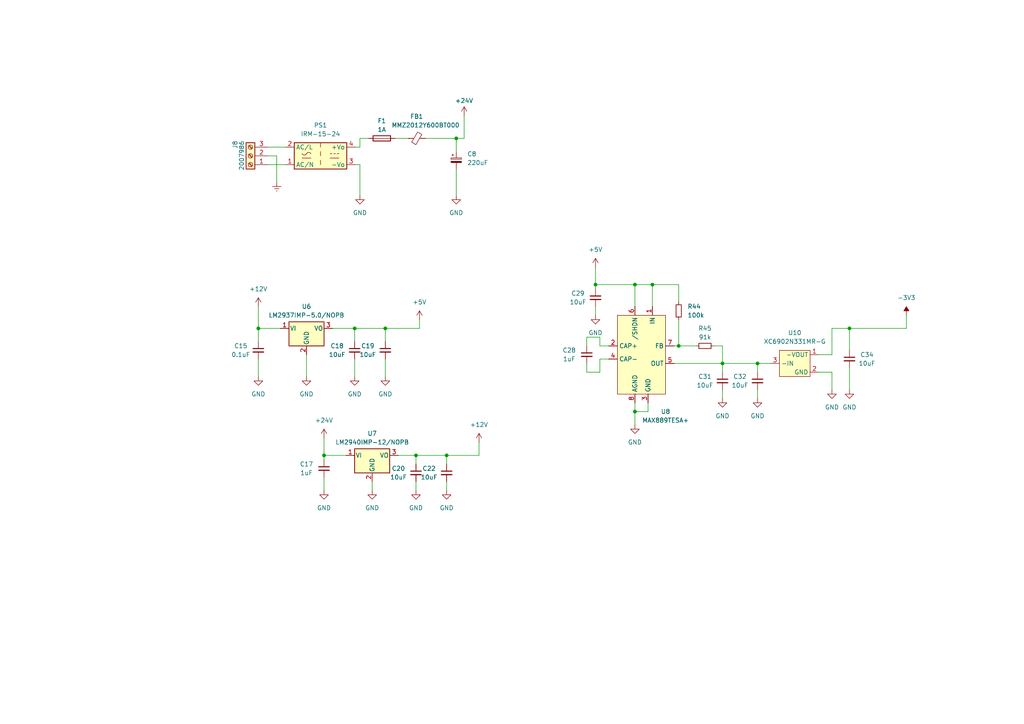
<source format=kicad_sch>
(kicad_sch (version 20231120) (generator "eeschema") (generator_version "8.0")
  (paper "A4")
  (lib_symbols
    (symbol "+24V_1" (power) (pin_numbers hide) (pin_names (offset 0) hide)
      (property "Value" "+24V" (at 0 3.556 0))
      (symbol "+24V_1_0_1"
        (polyline (pts (xy -0.762 1.27) (xy 0 2.54)))
        (polyline (pts (xy 0 0) (xy 0 2.54)))
        (polyline (pts (xy 0 2.54) (xy 0.762 1.27)))
      )
      (symbol "+24V_1_1_1"
        (pin power_in line (at 0 0 90) (length 0) (name "~") (number "1"))
      )
    )
    (symbol "Converter_ACDC:IRM-02-15"
      (property "Reference" "PS" (at 0 5.08 0))
      (property "Value" "IRM-02-15" (at 0 -5.08 0))
      (symbol "IRM-02-15_0_1"
        (rectangle (start -7.62 3.81) (end 7.62 -3.81) (stroke (width 0.254)) (fill (type background)))
        (arc (start -5.334 0.635) (mid -4.699 0.2495) (end -4.064 0.635))
        (arc (start -2.794 0.635) (mid -3.429 1.0072) (end -4.064 0.635))
        (polyline (pts (xy -5.334 -0.635) (xy -2.794 -0.635)))
        (polyline (pts (xy 2.794 -0.635) (xy 5.334 -0.635)))
        (polyline (pts (xy 2.794 0.635) (xy 3.302 0.635)))
        (polyline (pts (xy 3.81 0.635) (xy 4.318 0.635)))
        (polyline (pts (xy 4.826 0.635) (xy 5.334 0.635)))
      )
      (symbol "IRM-02-15_1_1"
        (polyline (pts (xy 0 -1.27) (xy 0 -2.54)))
        (polyline (pts (xy 0 1.27) (xy 0 0)))
        (polyline (pts (xy 0 3.81) (xy 0 2.54)))
        (pin power_in line (at -10.16 -2.54 0) (length 2.54) (name "AC/N") (number "1"))
        (pin power_in line (at -10.16 2.54 0) (length 2.54) (name "AC/L") (number "2"))
        (pin power_out line (at 10.16 -2.54 180) (length 2.54) (name "-Vo") (number "3"))
        (pin power_out line (at 10.16 2.54 180) (length 2.54) (name "+Vo") (number "4"))
      )
    )
    (symbol "Device:C_Polarized_Small" (pin_numbers hide) (pin_names (offset 0.254) hide)
      (property "Reference" "C" (at 0.254 1.778 0))
      (property "Value" "C_Polarized_Small" (at 0.254 -2.032 0))
      (symbol "C_Polarized_Small_0_1"
        (rectangle (start -1.524 -0.3048) (end 1.524 -0.6858) (fill (type outline)))
        (rectangle (start -1.524 0.6858) (end 1.524 0.3048))
        (polyline (pts (xy -1.27 1.524) (xy -0.762 1.524)))
        (polyline (pts (xy -1.016 1.27) (xy -1.016 1.778)))
      )
      (symbol "C_Polarized_Small_1_1"
        (pin passive line (at 0 2.54 270) (length 1.8542) (name "~") (number "1"))
        (pin passive line (at 0 -2.54 90) (length 1.8542) (name "~") (number "2"))
      )
    )
    (symbol "Device:C_Small" (pin_numbers hide) (pin_names (offset 0.254) hide)
      (property "Reference" "C" (at 0.254 1.778 0))
      (property "Value" "C_Small" (at 0.254 -2.032 0))
      (symbol "C_Small_0_1"
        (polyline (pts (xy -1.524 -0.508) (xy 1.524 -0.508)) (stroke (width 0.3302)))
        (polyline (pts (xy -1.524 0.508) (xy 1.524 0.508)) (stroke (width 0.3048)))
      )
      (symbol "C_Small_1_1"
        (pin passive line (at 0 2.54 270) (length 2.032) (name "~") (number "1"))
        (pin passive line (at 0 -2.54 90) (length 2.032) (name "~") (number "2"))
      )
    )
    (symbol "Device:FerriteBead_Small" (pin_numbers hide) (pin_names (offset 0))
      (property "Reference" "FB" (at 1.905 1.27 0))
      (property "Value" "FerriteBead_Small" (at 1.905 -1.27 0))
      (symbol "FerriteBead_Small_0_1"
        (polyline (pts (xy 0 -1.27) (xy 0 -0.7874)))
        (polyline (pts (xy 0 0.889) (xy 0 1.2954)))
        (polyline (pts (xy -1.8288 0.2794) (xy -1.1176 1.4986) (xy 1.8288 -0.2032) (xy 1.1176 -1.4224) (xy -1.8288 0.2794)))
      )
      (symbol "FerriteBead_Small_1_1"
        (pin passive line (at 0 2.54 270) (length 1.27) (name "~") (number "1"))
        (pin passive line (at 0 -2.54 90) (length 1.27) (name "~") (number "2"))
      )
    )
    (symbol "Device:Fuse" (pin_numbers hide) (pin_names (offset 0))
      (property "Reference" "F" (at 2.032 0 90))
      (property "Value" "Fuse" (at -1.905 0 90))
      (symbol "Fuse_0_1"
        (rectangle (start -0.762 -2.54) (end 0.762 2.54) (stroke (width 0.254)))
        (polyline (pts (xy 0 2.54) (xy 0 -2.54)))
      )
      (symbol "Fuse_1_1"
        (pin passive line (at 0 3.81 270) (length 1.27) (name "~") (number "1"))
        (pin passive line (at 0 -3.81 90) (length 1.27) (name "~") (number "2"))
      )
    )
    (symbol "Device:R_Small" (pin_numbers hide) (pin_names (offset 0.254) hide)
      (property "Reference" "R" (at 0.762 0.508 0))
      (property "Value" "R_Small" (at 0.762 -1.016 0))
      (symbol "R_Small_0_1"
        (rectangle (start -0.762 1.778) (end 0.762 -1.778) (stroke (width 0.2032)))
      )
      (symbol "R_Small_1_1"
        (pin passive line (at 0 2.54 270) (length 0.762) (name "~") (number "1"))
        (pin passive line (at 0 -2.54 90) (length 0.762) (name "~") (number "2"))
      )
    )
    (symbol "MySymbols:MAX889TESA+"
      (property "Reference" "U" (at 3.81 5.08 0))
      (property "Value" "MAX889TESA+" (at 3.81 5.08 0))
      (symbol "MAX889TESA+_1_1"
        (rectangle (start -6.35 10.16) (end 7.62 -12.7) (fill (type background)))
        (pin input line (at 3.81 12.7 270) (length 2.54) (name "IN") (number "1"))
        (pin input line (at -8.89 1.27 0) (length 2.54) (name "CAP+") (number "2"))
        (pin input line (at 2.54 -15.24 90) (length 2.54) (name "GND") (number "3"))
        (pin input line (at -8.89 -2.54 0) (length 2.54) (name "CAP-") (number "4"))
        (pin input line (at 10.16 -3.81 180) (length 2.54) (name "OUT") (number "5"))
        (pin input line (at -1.27 12.7 270) (length 2.54) (name "/SHDN") (number "6"))
        (pin input line (at 10.16 1.27 180) (length 2.54) (name "FB") (number "7"))
        (pin input line (at -1.27 -15.24 90) (length 2.54) (name "AGND") (number "8"))
      )
    )
    (symbol "MySymbols:XC6902N331MR-G"
      (property "Reference" "U" (at -15.24 6.35 0))
      (property "Value" "XC6902N331MR-G" (at -15.24 6.35 0))
      (symbol "XC6902N331MR-G_1_1"
        (rectangle (start -5.08 3.81) (end 3.81 -3.81) (fill (type background)))
        (pin input line (at 6.35 2.54 180) (length 2.54) (name "-VOUT") (number "1"))
        (pin input line (at 6.35 -2.54 180) (length 2.54) (name "GND") (number "2"))
        (pin input line (at -7.62 0 0) (length 2.54) (name "-IN") (number "3"))
      )
    )
    (symbol "Regulator_Linear:LM2937xMP" (pin_names (offset 0.254))
      (property "Reference" "U" (at -3.81 3.175 0))
      (property "Value" "LM2937xMP" (at 0 3.175 0))
      (symbol "LM2937xMP_0_1"
        (rectangle (start -5.08 -5.08) (end 5.08 1.905) (stroke (width 0.254)) (fill (type background)))
      )
      (symbol "LM2937xMP_1_1"
        (pin power_in line (at -7.62 0 0) (length 2.54) (name "VI") (number "1"))
        (pin power_in line (at 0 -7.62 90) (length 2.54) (name "GND") (number "2"))
        (pin power_out line (at 7.62 0 180) (length 2.54) (name "VO") (number "3"))
      )
    )
    (symbol "Screw_Terminal_01x03_1" (pin_names (offset 1.016) hide)
      (property "Reference" "J6" (at 4.445 -4.445 90))
      (property "Value" "2007986" (at 2.54 -4.445 90))
      (symbol "Screw_Terminal_01x03_1_1_1"
        (rectangle (start -1.27 3.81) (end 1.27 -3.81) (stroke (width 0.254)) (fill (type background)))
        (circle (center 0 -2.54) (radius 0.635) (stroke (width 0.1524)))
        (polyline (pts (xy -0.5334 -2.2098) (xy 0.3302 -3.048)) (stroke (width 0.1524)))
        (polyline (pts (xy -0.5334 0.3302) (xy 0.3302 -0.508)) (stroke (width 0.1524)))
        (polyline (pts (xy -0.5334 2.8702) (xy 0.3302 2.032)) (stroke (width 0.1524)))
        (polyline (pts (xy -0.3556 -2.032) (xy 0.508 -2.8702)) (stroke (width 0.1524)))
        (polyline (pts (xy -0.3556 0.508) (xy 0.508 -0.3302)) (stroke (width 0.1524)))
        (polyline (pts (xy -0.3556 3.048) (xy 0.508 2.2098)) (stroke (width 0.1524)))
        (circle (center 0 0) (radius 0.635) (stroke (width 0.1524)))
        (circle (center 0 2.54) (radius 0.635) (stroke (width 0.1524)))
        (pin passive line (at -5.08 2.54 0) (length 3.81) (name "Pin_1") (number "1"))
        (pin input line (at -5.08 0 0) (length 3.81) (name "Pin_2") (number "2"))
        (pin passive line (at -5.08 -2.54 0) (length 3.81) (name "Pin_3") (number "3"))
      )
    )
    (symbol "power:+12V" (power) (pin_names (offset 0))
      (property "Value" "+12V" (at 0 3.556 0))
      (symbol "+12V_0_1"
        (polyline (pts (xy -0.762 1.27) (xy 0 2.54)))
        (polyline (pts (xy 0 0) (xy 0 2.54)))
        (polyline (pts (xy 0 2.54) (xy 0.762 1.27)))
      )
      (symbol "+12V_1_1"
        (pin power_in line (at 0 0 90) (length 0) hide (name "+12V") (number "1"))
      )
    )
    (symbol "power:+24V" (power) (pin_names (offset 0))
      (property "Value" "+24V" (at 0 3.556 0))
      (symbol "+24V_0_1"
        (polyline (pts (xy -0.762 1.27) (xy 0 2.54)))
        (polyline (pts (xy 0 0) (xy 0 2.54)))
        (polyline (pts (xy 0 2.54) (xy 0.762 1.27)))
      )
      (symbol "+24V_1_1"
        (pin power_in line (at 0 0 90) (length 0) hide (name "+24V") (number "1"))
      )
    )
    (symbol "power:+5V" (power) (pin_names (offset 0))
      (property "Value" "+5V" (at 0 3.556 0))
      (symbol "+5V_0_1"
        (polyline (pts (xy -0.762 1.27) (xy 0 2.54)))
        (polyline (pts (xy 0 0) (xy 0 2.54)))
        (polyline (pts (xy 0 2.54) (xy 0.762 1.27)))
      )
      (symbol "+5V_1_1"
        (pin power_in line (at 0 0 90) (length 0) hide (name "+5V") (number "1"))
      )
    )
    (symbol "power:-3V3" (power) (pin_names (offset 0))
      (property "Value" "-3V3" (at 0 3.81 0))
      (symbol "-3V3_0_0"
        (pin power_in line (at 0 0 90) (length 0) hide (name "-3V3") (number "1"))
      )
      (symbol "-3V3_0_1"
        (polyline (pts (xy 0 0) (xy 0 1.27) (xy 0.762 1.27) (xy 0 2.54) (xy -0.762 1.27) (xy 0 1.27)) (fill (type outline)))
      )
    )
    (symbol "power:Earth" (power) (pin_names (offset 0))
      (symbol "Earth_0_1"
        (polyline (pts (xy -0.635 -1.905) (xy 0.635 -1.905)))
        (polyline (pts (xy -0.127 -2.54) (xy 0.127 -2.54)))
        (polyline (pts (xy 0 -1.27) (xy 0 0)))
        (polyline (pts (xy 1.27 -1.27) (xy -1.27 -1.27)))
      )
      (symbol "Earth_1_1"
        (pin power_in line (at 0 0 270) (length 0) hide (name "Earth") (number "1"))
      )
    )
    (symbol "power:GND" (power) (pin_names (offset 0))
      (property "Value" "GND" (at 0 -3.81 0))
      (symbol "GND_0_1"
        (polyline (pts (xy 0 0) (xy 0 -1.27) (xy 1.27 -1.27) (xy 0 -2.54) (xy -1.27 -1.27) (xy 0 -1.27)))
      )
      (symbol "GND_1_1"
        (pin power_in line (at 0 0 270) (length 0) hide (name "GND") (number "1"))
      )
    )
  )
  (junction (at 184.15 82.55))
  (junction (at 102.87 95.25))
  (junction (at 93.98 132.08))
  (junction (at 184.15 119.38))
  (junction (at 132.334 40.132))
  (junction (at 189.23 82.55))
  (junction (at 196.85 100.33))
  (junction (at 209.55 105.41))
  (junction (at 120.65 132.08))
  (junction (at 129.54 132.08))
  (junction (at 111.76 95.25))
  (junction (at 74.93 95.25))
  (junction (at 219.71 105.41))
  (junction (at 172.72 82.55))
  (junction (at 246.38 95.25))
  (wire (pts (xy 103.124 47.752) (xy 104.394 47.752)))
  (wire (pts (xy 173.99 107.95) (xy 170.18 107.95)))
  (wire (pts (xy 129.54 132.08) (xy 129.54 134.62)))
  (wire (pts (xy 195.58 105.41) (xy 209.55 105.41)))
  (wire (pts (xy 241.3 102.87) (xy 241.3 95.25)))
  (wire (pts (xy 241.3 107.95) (xy 241.3 113.03)))
  (wire (pts (xy 115.57 132.08) (xy 120.65 132.08)))
  (wire (pts (xy 93.98 132.08) (xy 93.98 133.35)))
  (wire (pts (xy 223.52 105.41) (xy 219.71 105.41)))
  (wire (pts (xy 74.93 104.14) (xy 74.93 109.22)))
  (wire (pts (xy 246.38 106.68) (xy 246.38 113.03)))
  (wire (pts (xy 77.724 42.672) (xy 82.804 42.672)))
  (wire (pts (xy 196.85 87.63) (xy 196.85 82.55)))
  (wire (pts (xy 184.15 88.9) (xy 184.15 82.55)))
  (wire (pts (xy 129.54 139.7) (xy 129.54 142.24)))
  (wire (pts (xy 74.93 88.9) (xy 74.93 95.25)))
  (wire (pts (xy 132.334 40.132) (xy 132.334 43.942)))
  (wire (pts (xy 114.554 40.132) (xy 118.364 40.132)))
  (wire (pts (xy 176.53 104.14) (xy 173.99 104.14)))
  (wire (pts (xy 123.444 40.132) (xy 132.334 40.132)))
  (wire (pts (xy 93.98 127) (xy 93.98 132.08)))
  (wire (pts (xy 100.33 132.08) (xy 93.98 132.08)))
  (wire (pts (xy 104.394 40.132) (xy 106.934 40.132)))
  (wire (pts (xy 80.264 45.212) (xy 80.264 52.832)))
  (wire (pts (xy 209.55 100.33) (xy 209.55 105.41)))
  (wire (pts (xy 74.93 95.25) (xy 74.93 99.06)))
  (wire (pts (xy 184.15 119.38) (xy 187.96 119.38)))
  (wire (pts (xy 93.98 138.43) (xy 93.98 142.24)))
  (wire (pts (xy 219.71 105.41) (xy 219.71 107.95)))
  (wire (pts (xy 189.23 88.9) (xy 189.23 82.55)))
  (wire (pts (xy 170.18 97.79) (xy 173.99 97.79)))
  (wire (pts (xy 209.55 107.95) (xy 209.55 105.41)))
  (wire (pts (xy 96.52 95.25) (xy 102.87 95.25)))
  (wire (pts (xy 173.99 100.33) (xy 176.53 100.33)))
  (wire (pts (xy 170.18 105.41) (xy 170.18 107.95)))
  (wire (pts (xy 103.124 42.672) (xy 104.394 42.672)))
  (wire (pts (xy 132.334 40.132) (xy 134.62 40.132)))
  (wire (pts (xy 121.666 92.71) (xy 121.666 95.25)))
  (wire (pts (xy 132.334 49.022) (xy 132.334 56.642)))
  (wire (pts (xy 74.93 95.25) (xy 81.28 95.25)))
  (wire (pts (xy 184.15 82.55) (xy 189.23 82.55)))
  (wire (pts (xy 237.49 107.95) (xy 241.3 107.95)))
  (wire (pts (xy 104.394 47.752) (xy 104.394 56.642)))
  (wire (pts (xy 120.65 132.08) (xy 120.65 134.62)))
  (wire (pts (xy 172.72 88.9) (xy 172.72 91.44)))
  (wire (pts (xy 129.54 132.08) (xy 120.65 132.08)))
  (wire (pts (xy 207.01 100.33) (xy 209.55 100.33)))
  (wire (pts (xy 172.72 82.55) (xy 172.72 77.47)))
  (wire (pts (xy 196.85 82.55) (xy 189.23 82.55)))
  (wire (pts (xy 196.85 92.71) (xy 196.85 100.33)))
  (wire (pts (xy 88.9 102.87) (xy 88.9 109.22)))
  (wire (pts (xy 129.54 132.08) (xy 138.938 132.08)))
  (wire (pts (xy 104.394 42.672) (xy 104.394 40.132)))
  (wire (pts (xy 77.724 47.752) (xy 82.804 47.752)))
  (wire (pts (xy 173.99 104.14) (xy 173.99 107.95)))
  (wire (pts (xy 187.96 116.84) (xy 187.96 119.38)))
  (wire (pts (xy 262.89 91.44) (xy 262.89 95.25)))
  (wire (pts (xy 170.18 100.33) (xy 170.18 97.79)))
  (wire (pts (xy 184.15 119.38) (xy 184.15 123.19)))
  (wire (pts (xy 241.3 95.25) (xy 246.38 95.25)))
  (wire (pts (xy 102.87 95.25) (xy 111.76 95.25)))
  (wire (pts (xy 209.55 105.41) (xy 219.71 105.41)))
  (wire (pts (xy 111.76 104.14) (xy 111.76 109.22)))
  (wire (pts (xy 184.15 116.84) (xy 184.15 119.38)))
  (wire (pts (xy 246.38 95.25) (xy 262.89 95.25)))
  (wire (pts (xy 237.49 102.87) (xy 241.3 102.87)))
  (wire (pts (xy 172.72 82.55) (xy 172.72 83.82)))
  (wire (pts (xy 107.95 139.7) (xy 107.95 142.24)))
  (wire (pts (xy 102.87 95.25) (xy 102.87 99.06)))
  (wire (pts (xy 246.38 95.25) (xy 246.38 101.6)))
  (wire (pts (xy 102.87 104.14) (xy 102.87 109.22)))
  (wire (pts (xy 77.724 45.212) (xy 80.264 45.212)))
  (wire (pts (xy 120.65 139.7) (xy 120.65 142.24)))
  (wire (pts (xy 219.71 113.03) (xy 219.71 115.57)))
  (wire (pts (xy 173.99 97.79) (xy 173.99 100.33)))
  (wire (pts (xy 195.58 100.33) (xy 196.85 100.33)))
  (wire (pts (xy 209.55 113.03) (xy 209.55 115.57)))
  (wire (pts (xy 184.15 82.55) (xy 172.72 82.55)))
  (wire (pts (xy 111.76 95.25) (xy 111.76 99.06)))
  (wire (pts (xy 111.76 95.25) (xy 121.666 95.25)))
  (wire (pts (xy 138.938 128.27) (xy 138.938 132.08)))
  (wire (pts (xy 196.85 100.33) (xy 201.93 100.33)))
  (wire (pts (xy 134.62 33.528) (xy 134.62 40.132)))
  (symbol (lib_id "Device:FerriteBead_Small") (at 120.904 40.132 90) (unit 1)
    (property "Reference" "FB1" (at 120.8659 33.782 90))
    (property "Value" "MMZ2012Y600BT000" (at 123.444 36.322 90))
    (property "Footprint" "Capacitor_SMD:C_0805_2012Metric_Pad1.18x1.45mm_HandSolder" (effects (hide yes)))
    (property "Farnell" "1669733" (effects (hide yes)))
  )
  (symbol (lib_id "Device:C_Small") (at 120.65 137.16 0) (mirror y) (unit 1)
    (property "Reference" "C20" (at 115.57 135.89 0))
    (property "Value" "10uF" (at 115.5637 138.43 0))
    (property "Footprint" "Capacitor_SMD:C_0805_2012Metric_Pad1.18x1.45mm_HandSolder" (effects (hide yes)))
  )
  (symbol (lib_name "Screw_Terminal_01x03_1") (lib_id "Connector:Screw_Terminal_01x03") (at 72.644 45.212 180) (unit 1)
    (property "Reference" "J8" (at 68.199 40.767 90) (effects (justify left)))
    (property "Value" "2007986" (at 70.104 40.767 90) (effects (justify left)))
    (property "Footprint" "MyFootPrints:Screwterminal_3mm81_3pos" (effects (hide yes)))
    (property "Farnell" "2007986" (effects (hide yes)))
  )
  (symbol (lib_id "Device:C_Small") (at 102.87 101.6 0) (mirror y) (unit 1)
    (property "Reference" "C18" (at 97.79 100.33 0))
    (property "Value" "10uF" (at 97.7837 102.87 0))
    (property "Footprint" "Capacitor_SMD:C_0805_2012Metric_Pad1.18x1.45mm_HandSolder" (effects (hide yes)))
  )
  (symbol (lib_id "Device:C_Small") (at 111.76 101.6 0) (mirror y) (unit 1)
    (property "Reference" "C19" (at 106.68 100.33 0))
    (property "Value" "10uF" (at 106.6737 102.87 0))
    (property "Footprint" "Capacitor_SMD:C_0805_2012Metric_Pad1.18x1.45mm_HandSolder" (effects (hide yes)))
  )
  (symbol (lib_id "power:GND") (at 120.65 142.24 0) (unit 1)
    (property "Reference" "#PWR044" (effects (hide yes)))
    (property "Value" "GND" (at 120.65 147.32 0))
  )
  (symbol (lib_id "power:GND") (at 246.38 113.03 0) (mirror y) (unit 1)
    (property "Reference" "#PWR067" (effects (hide yes)))
    (property "Value" "GND" (at 246.38 118.11 0))
  )
  (symbol (lib_id "power:GND") (at 241.3 113.03 0) (mirror y) (unit 1)
    (property "Reference" "#PWR064" (effects (hide yes)))
    (property "Value" "GND" (at 241.3 118.11 0))
  )
  (symbol (lib_id "Device:C_Small") (at 219.71 110.49 0) (mirror y) (unit 1)
    (property "Reference" "C32" (at 214.63 109.22 0))
    (property "Value" "10uF" (at 214.6237 111.76 0))
    (property "Footprint" "Capacitor_SMD:C_0805_2012Metric_Pad1.18x1.45mm_HandSolder" (effects (hide yes)))
  )
  (symbol (lib_id "Regulator_Linear:LM2937xMP") (at 107.95 132.08 0) (unit 1)
    (property "Reference" "U7" (at 107.95 125.73 0))
    (property "Value" "LM2940IMP-12/NOPB" (at 107.95 128.27 0))
    (property "Footprint" "Package_TO_SOT_SMD:SOT-223-3_TabPin2" (effects (hide yes)))
    (property "Farnell" "3122072" (effects (hide yes)))
  )
  (symbol (lib_id "Regulator_Linear:LM2937xMP") (at 88.9 95.25 0) (unit 1)
    (property "Reference" "U6" (at 88.9 88.9 0))
    (property "Value" "LM2937IMP-5.0/NOPB" (at 88.9 91.44 0))
    (property "Footprint" "Package_TO_SOT_SMD:SOT-223-3_TabPin2" (effects (hide yes)))
    (property "Datasheet" "http://www.ti.com/lit/ds/symlink/lm2937.pdf" (effects (hide yes)))
    (property "Farnell" "3122066" (effects (hide yes)))
  )
  (symbol (lib_id "power:GND") (at 132.334 56.642 0) (unit 1)
    (property "Reference" "#PWR051" (effects (hide yes)))
    (property "Value" "GND" (at 132.334 61.722 0))
  )
  (symbol (lib_id "Device:C_Small") (at 93.98 135.89 0) (mirror y) (unit 1)
    (property "Reference" "C17" (at 88.9 134.62 0))
    (property "Value" "1uF" (at 88.8937 137.16 0))
    (property "Footprint" "Capacitor_SMD:C_0805_2012Metric_Pad1.18x1.45mm_HandSolder" (effects (hide yes)))
  )
  (symbol (lib_id "Device:Fuse") (at 110.744 40.132 270) (mirror x) (unit 1)
    (property "Reference" "F1" (at 110.744 35.052 90))
    (property "Value" "1A" (at 110.744 37.592 90))
    (property "Footprint" "Fuse:Fuse_0402_1005Metric_Pad0.77x0.64mm_HandSolder" (effects (hide yes)))
    (property "Farnell" "2799448" (effects (hide yes)))
  )
  (symbol (lib_name "+24V_1") (lib_id "power:+24V") (at 134.62 33.528 0) (unit 1)
    (property "Reference" "#PWR029" (effects (hide yes)))
    (property "Value" "+24V" (at 134.62 29.21 0))
    (property "Description" "Power symbol creates a global label with name \"+24V\"" (effects (hide yes)))
  )
  (symbol (lib_id "Device:C_Small") (at 74.93 101.6 0) (mirror y) (unit 1)
    (property "Reference" "C15" (at 69.85 100.33 0))
    (property "Value" "0.1uF" (at 69.8437 102.87 0))
    (property "Footprint" "Capacitor_SMD:C_0805_2012Metric_Pad1.18x1.45mm_HandSolder" (effects (hide yes)))
  )
  (symbol (lib_id "power:GND") (at 88.9 109.22 0) (unit 1)
    (property "Reference" "#PWR038" (effects (hide yes)))
    (property "Value" "GND" (at 88.9 114.3 0))
  )
  (symbol (lib_id "MySymbols:XC6902N331MR-G") (at 231.14 105.41 0) (unit 1)
    (property "Reference" "U10" (at 230.505 96.52 0))
    (property "Value" "XC6902N331MR-G" (at 230.505 99.06 0))
    (property "Footprint" "Package_TO_SOT_SMD:SOT-23_Handsoldering" (effects (hide yes)))
    (property "Datasheet" "https://www.farnell.com/datasheets/3118411.pdf" (effects (hide yes)))
    (property "Farnell" "3535591" (effects (hide yes)))
  )
  (symbol (lib_id "power:GND") (at 102.87 109.22 0) (unit 1)
    (property "Reference" "#PWR041" (effects (hide yes)))
    (property "Value" "GND" (at 102.87 114.3 0))
  )
  (symbol (lib_id "Device:R_Small") (at 196.85 90.17 180) (unit 1)
    (property "Reference" "R44" (at 199.39 88.9 0) (effects (justify right)))
    (property "Value" "100k" (at 199.39 91.44 0) (effects (justify right)))
    (property "Footprint" "Resistor_SMD:R_0805_2012Metric_Pad1.20x1.40mm_HandSolder" (effects (hide yes)))
  )
  (symbol (lib_id "power:GND") (at 104.394 56.642 0) (unit 1)
    (property "Reference" "#PWR050" (effects (hide yes)))
    (property "Value" "GND" (at 104.394 61.722 0))
  )
  (symbol (lib_id "power:GND") (at 93.98 142.24 0) (unit 1)
    (property "Reference" "#PWR040" (effects (hide yes)))
    (property "Value" "GND" (at 93.98 147.32 0))
  )
  (symbol (lib_id "Device:C_Small") (at 209.55 110.49 0) (mirror y) (unit 1)
    (property "Reference" "C31" (at 204.47 109.22 0))
    (property "Value" "10uF" (at 204.4637 111.76 0))
    (property "Footprint" "Capacitor_SMD:C_0805_2012Metric_Pad1.18x1.45mm_HandSolder" (effects (hide yes)))
  )
  (symbol (lib_id "power:GND") (at 219.71 115.57 0) (mirror y) (unit 1)
    (property "Reference" "#PWR063" (effects (hide yes)))
    (property "Value" "GND" (at 219.71 120.65 0))
  )
  (symbol (lib_id "power:GND") (at 111.76 109.22 0) (unit 1)
    (property "Reference" "#PWR043" (effects (hide yes)))
    (property "Value" "GND" (at 111.76 114.3 0))
  )
  (symbol (lib_id "Device:C_Small") (at 129.54 137.16 0) (mirror y) (unit 1)
    (property "Reference" "C22" (at 124.46 135.89 0))
    (property "Value" "10uF" (at 124.4537 138.43 0))
    (property "Footprint" "Capacitor_SMD:C_0805_2012Metric_Pad1.18x1.45mm_HandSolder" (effects (hide yes)))
  )
  (symbol (lib_id "Converter_ACDC:IRM-02-15") (at 92.964 45.212 0) (unit 1)
    (property "Reference" "PS1" (at 92.964 36.322 0))
    (property "Value" "IRM-15-24" (at 92.964 38.862 0))
    (property "Footprint" "MyFootPrints:IRM-15-24" (effects (hide yes)))
    (property "Datasheet" "https://www.meanwell.com/Upload/PDF/IRM-02/IRM-02-SPEC.PDF" (effects (hide yes)))
    (property "Farnell" "3577443" (effects (hide yes)))
  )
  (symbol (lib_id "power:GND") (at 184.15 123.19 0) (mirror y) (unit 1)
    (property "Reference" "#PWR058" (effects (hide yes)))
    (property "Value" "GND" (at 184.15 128.27 0))
  )
  (symbol (lib_id "power:+12V") (at 74.93 88.9 0) (unit 1)
    (property "Reference" "#PWR034" (effects (hide yes)))
    (property "Value" "+12V" (at 74.93 83.82 0))
  )
  (symbol (lib_id "power:+12V") (at 138.938 128.27 0) (unit 1)
    (property "Reference" "#PWR053" (effects (hide yes)))
    (property "Value" "+12V" (at 138.938 123.19 0))
  )
  (symbol (lib_id "Device:C_Small") (at 170.18 102.87 0) (mirror y) (unit 1)
    (property "Reference" "C28" (at 165.1 101.6 0))
    (property "Value" "1uF" (at 165.0937 104.14 0))
    (property "Footprint" "Capacitor_SMD:C_0805_2012Metric_Pad1.18x1.45mm_HandSolder" (effects (hide yes)))
  )
  (symbol (lib_id "power:GND") (at 74.93 109.22 0) (unit 1)
    (property "Reference" "#PWR037" (effects (hide yes)))
    (property "Value" "GND" (at 74.93 114.3 0))
  )
  (symbol (lib_id "power:GND") (at 209.55 115.57 0) (mirror y) (unit 1)
    (property "Reference" "#PWR062" (effects (hide yes)))
    (property "Value" "GND" (at 209.55 120.65 0))
  )
  (symbol (lib_id "power:+5V") (at 121.666 92.71 0) (unit 1)
    (property "Reference" "#PWR049" (effects (hide yes)))
    (property "Value" "+5V" (at 121.666 87.63 0))
  )
  (symbol (lib_id "power:+5V") (at 172.72 77.47 0) (unit 1)
    (property "Reference" "#PWR056" (effects (hide yes)))
    (property "Value" "+5V" (at 172.72 72.39 0))
  )
  (symbol (lib_id "power:GND") (at 107.95 142.24 0) (unit 1)
    (property "Reference" "#PWR042" (effects (hide yes)))
    (property "Value" "GND" (at 107.95 147.32 0))
  )
  (symbol (lib_id "power:GND") (at 172.72 91.44 0) (mirror y) (unit 1)
    (property "Reference" "#PWR057" (effects (hide yes)))
    (property "Value" "GND" (at 172.72 96.52 0))
  )
  (symbol (lib_id "power:Earth") (at 80.264 52.832 0) (unit 1)
    (property "Reference" "#PWR048" (effects (hide yes)))
    (property "Value" "Earth" (effects (hide yes)))
  )
  (symbol (lib_id "MySymbols:MAX889TESA+") (at 185.42 101.6 0) (unit 1)
    (property "Reference" "U8" (at 193.04 119.38 0))
    (property "Value" "MAX889TESA+" (at 193.04 121.92 0))
    (property "Footprint" "Package_SO:SO-8_3.9x4.9mm_P1.27mm" (effects (hide yes)))
    (property "Datasheet" "https://www.analog.com/MAX889/datasheet?ADICID=SYND_WW_P682800_PF-spglobal" (effects (hide yes)))
    (property "Farnell" "2519207" (effects (hide yes)))
  )
  (symbol (lib_id "power:+24V") (at 93.98 127 0) (unit 1)
    (property "Reference" "#PWR039" (effects (hide yes)))
    (property "Value" "+24V" (at 93.98 121.92 0))
  )
  (symbol (lib_id "power:-3V3") (at 262.89 91.44 0) (unit 1)
    (property "Reference" "#PWR069" (effects (hide yes)))
    (property "Value" "-3V3" (at 262.89 86.36 0))
  )
  (symbol (lib_id "power:GND") (at 129.54 142.24 0) (unit 1)
    (property "Reference" "#PWR046" (effects (hide yes)))
    (property "Value" "GND" (at 129.54 147.32 0))
  )
  (symbol (lib_id "Device:C_Polarized_Small") (at 132.334 46.482 0) (unit 1)
    (property "Reference" "C8" (at 135.509 44.6658 0) (effects (justify left)))
    (property "Value" "220uF" (at 135.509 47.2058 0) (effects (justify left)))
    (property "Footprint" "Capacitor_SMD:CP_Elec_10x10" (effects (hide yes)))
    (property "Farnell" "2471976" (effects (hide yes)))
  )
  (symbol (lib_id "Device:C_Small") (at 246.38 104.14 0) (mirror y) (unit 1)
    (property "Reference" "C34" (at 251.46 102.87 0))
    (property "Value" "10uF" (at 251.4537 105.41 0))
    (property "Footprint" "Capacitor_SMD:C_0805_2012Metric_Pad1.18x1.45mm_HandSolder" (effects (hide yes)))
  )
  (symbol (lib_id "Device:C_Small") (at 172.72 86.36 0) (mirror y) (unit 1)
    (property "Reference" "C29" (at 167.64 85.09 0))
    (property "Value" "10uF" (at 167.6337 87.63 0))
    (property "Footprint" "Capacitor_SMD:C_0805_2012Metric_Pad1.18x1.45mm_HandSolder" (effects (hide yes)))
  )
  (symbol (lib_id "Device:R_Small") (at 204.47 100.33 90) (unit 1)
    (property "Reference" "R45" (at 204.47 95.25 90))
    (property "Value" "91k" (at 204.47 97.79 90))
    (property "Footprint" "Resistor_SMD:R_0805_2012Metric_Pad1.20x1.40mm_HandSolder" (effects (hide yes)))
  )
)
</source>
